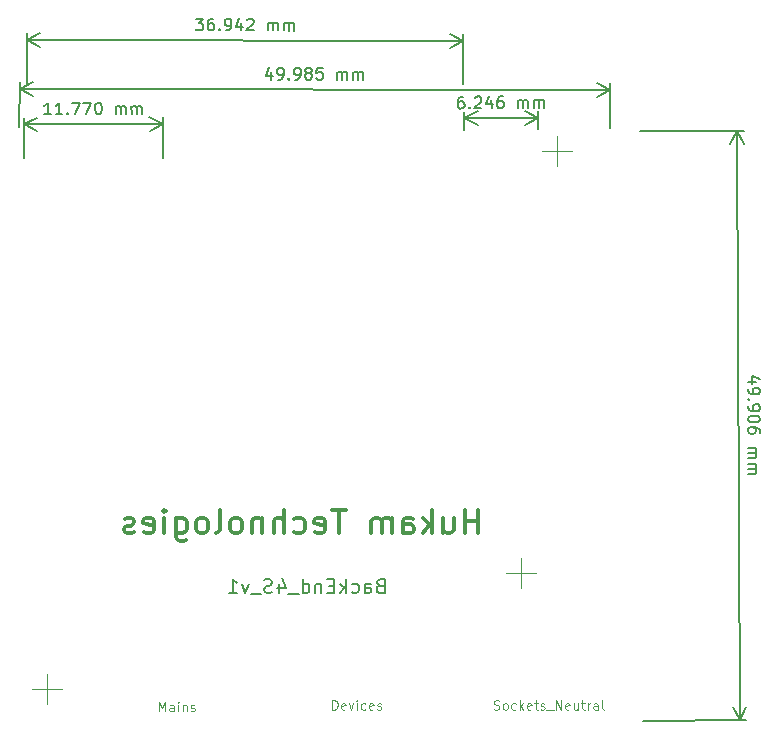
<source format=gbr>
G04 #@! TF.GenerationSoftware,KiCad,Pcbnew,5.1.6-c6e7f7d~87~ubuntu18.04.1*
G04 #@! TF.CreationDate,2020-10-13T20:33:34+05:30*
G04 #@! TF.ProjectId,BackEnd_4S_v1,4261636b-456e-4645-9f34-535f76312e6b,rev?*
G04 #@! TF.SameCoordinates,Original*
G04 #@! TF.FileFunction,OtherDrawing,Comment*
%FSLAX46Y46*%
G04 Gerber Fmt 4.6, Leading zero omitted, Abs format (unit mm)*
G04 Created by KiCad (PCBNEW 5.1.6-c6e7f7d~87~ubuntu18.04.1) date 2020-10-13 20:33:34*
%MOMM*%
%LPD*%
G01*
G04 APERTURE LIST*
%ADD10C,0.300000*%
%ADD11C,0.150000*%
%ADD12C,0.100000*%
%ADD13C,0.050000*%
G04 APERTURE END LIST*
D10*
X205208540Y-75974461D02*
X205208540Y-73974461D01*
X205208540Y-74926842D02*
X204065683Y-74926842D01*
X204065683Y-75974461D02*
X204065683Y-73974461D01*
X202256160Y-74641128D02*
X202256160Y-75974461D01*
X203113302Y-74641128D02*
X203113302Y-75688747D01*
X203018064Y-75879223D01*
X202827588Y-75974461D01*
X202541874Y-75974461D01*
X202351398Y-75879223D01*
X202256160Y-75783985D01*
X201303779Y-75974461D02*
X201303779Y-73974461D01*
X201113302Y-75212557D02*
X200541874Y-75974461D01*
X200541874Y-74641128D02*
X201303779Y-75403033D01*
X198827588Y-75974461D02*
X198827588Y-74926842D01*
X198922826Y-74736366D01*
X199113302Y-74641128D01*
X199494255Y-74641128D01*
X199684731Y-74736366D01*
X198827588Y-75879223D02*
X199018064Y-75974461D01*
X199494255Y-75974461D01*
X199684731Y-75879223D01*
X199779969Y-75688747D01*
X199779969Y-75498271D01*
X199684731Y-75307795D01*
X199494255Y-75212557D01*
X199018064Y-75212557D01*
X198827588Y-75117319D01*
X197875207Y-75974461D02*
X197875207Y-74641128D01*
X197875207Y-74831604D02*
X197779969Y-74736366D01*
X197589493Y-74641128D01*
X197303779Y-74641128D01*
X197113302Y-74736366D01*
X197018064Y-74926842D01*
X197018064Y-75974461D01*
X197018064Y-74926842D02*
X196922826Y-74736366D01*
X196732350Y-74641128D01*
X196446636Y-74641128D01*
X196256160Y-74736366D01*
X196160921Y-74926842D01*
X196160921Y-75974461D01*
X193970445Y-73974461D02*
X192827588Y-73974461D01*
X193399017Y-75974461D02*
X193399017Y-73974461D01*
X191399017Y-75879223D02*
X191589493Y-75974461D01*
X191970445Y-75974461D01*
X192160921Y-75879223D01*
X192256160Y-75688747D01*
X192256160Y-74926842D01*
X192160921Y-74736366D01*
X191970445Y-74641128D01*
X191589493Y-74641128D01*
X191399017Y-74736366D01*
X191303779Y-74926842D01*
X191303779Y-75117319D01*
X192256160Y-75307795D01*
X189589493Y-75879223D02*
X189779969Y-75974461D01*
X190160921Y-75974461D01*
X190351398Y-75879223D01*
X190446636Y-75783985D01*
X190541874Y-75593509D01*
X190541874Y-75022080D01*
X190446636Y-74831604D01*
X190351398Y-74736366D01*
X190160921Y-74641128D01*
X189779969Y-74641128D01*
X189589493Y-74736366D01*
X188732350Y-75974461D02*
X188732350Y-73974461D01*
X187875207Y-75974461D02*
X187875207Y-74926842D01*
X187970445Y-74736366D01*
X188160921Y-74641128D01*
X188446636Y-74641128D01*
X188637112Y-74736366D01*
X188732350Y-74831604D01*
X186922826Y-74641128D02*
X186922826Y-75974461D01*
X186922826Y-74831604D02*
X186827588Y-74736366D01*
X186637112Y-74641128D01*
X186351398Y-74641128D01*
X186160921Y-74736366D01*
X186065683Y-74926842D01*
X186065683Y-75974461D01*
X184827588Y-75974461D02*
X185018064Y-75879223D01*
X185113302Y-75783985D01*
X185208540Y-75593509D01*
X185208540Y-75022080D01*
X185113302Y-74831604D01*
X185018064Y-74736366D01*
X184827588Y-74641128D01*
X184541874Y-74641128D01*
X184351398Y-74736366D01*
X184256160Y-74831604D01*
X184160921Y-75022080D01*
X184160921Y-75593509D01*
X184256160Y-75783985D01*
X184351398Y-75879223D01*
X184541874Y-75974461D01*
X184827588Y-75974461D01*
X183018064Y-75974461D02*
X183208540Y-75879223D01*
X183303779Y-75688747D01*
X183303779Y-73974461D01*
X181970445Y-75974461D02*
X182160921Y-75879223D01*
X182256160Y-75783985D01*
X182351398Y-75593509D01*
X182351398Y-75022080D01*
X182256160Y-74831604D01*
X182160921Y-74736366D01*
X181970445Y-74641128D01*
X181684731Y-74641128D01*
X181494255Y-74736366D01*
X181399017Y-74831604D01*
X181303779Y-75022080D01*
X181303779Y-75593509D01*
X181399017Y-75783985D01*
X181494255Y-75879223D01*
X181684731Y-75974461D01*
X181970445Y-75974461D01*
X179589493Y-74641128D02*
X179589493Y-76260176D01*
X179684731Y-76450652D01*
X179779969Y-76545890D01*
X179970445Y-76641128D01*
X180256160Y-76641128D01*
X180446636Y-76545890D01*
X179589493Y-75879223D02*
X179779969Y-75974461D01*
X180160921Y-75974461D01*
X180351398Y-75879223D01*
X180446636Y-75783985D01*
X180541874Y-75593509D01*
X180541874Y-75022080D01*
X180446636Y-74831604D01*
X180351398Y-74736366D01*
X180160921Y-74641128D01*
X179779969Y-74641128D01*
X179589493Y-74736366D01*
X178637112Y-75974461D02*
X178637112Y-74641128D01*
X178637112Y-73974461D02*
X178732350Y-74069700D01*
X178637112Y-74164938D01*
X178541874Y-74069700D01*
X178637112Y-73974461D01*
X178637112Y-74164938D01*
X176922826Y-75879223D02*
X177113302Y-75974461D01*
X177494255Y-75974461D01*
X177684731Y-75879223D01*
X177779969Y-75688747D01*
X177779969Y-74926842D01*
X177684731Y-74736366D01*
X177494255Y-74641128D01*
X177113302Y-74641128D01*
X176922826Y-74736366D01*
X176827588Y-74926842D01*
X176827588Y-75117319D01*
X177779969Y-75307795D01*
X176065683Y-75879223D02*
X175875207Y-75974461D01*
X175494255Y-75974461D01*
X175303779Y-75879223D01*
X175208540Y-75688747D01*
X175208540Y-75593509D01*
X175303779Y-75403033D01*
X175494255Y-75307795D01*
X175779969Y-75307795D01*
X175970445Y-75212557D01*
X176065683Y-75022080D01*
X176065683Y-74926842D01*
X175970445Y-74736366D01*
X175779969Y-74641128D01*
X175494255Y-74641128D01*
X175303779Y-74736366D01*
D11*
X196894948Y-80394185D02*
X196723520Y-80451328D01*
X196666377Y-80508471D01*
X196609234Y-80622757D01*
X196609234Y-80794185D01*
X196666377Y-80908471D01*
X196723520Y-80965614D01*
X196837805Y-81022757D01*
X197294948Y-81022757D01*
X197294948Y-79822757D01*
X196894948Y-79822757D01*
X196780662Y-79879900D01*
X196723520Y-79937042D01*
X196666377Y-80051328D01*
X196666377Y-80165614D01*
X196723520Y-80279900D01*
X196780662Y-80337042D01*
X196894948Y-80394185D01*
X197294948Y-80394185D01*
X195580662Y-81022757D02*
X195580662Y-80394185D01*
X195637805Y-80279900D01*
X195752091Y-80222757D01*
X195980662Y-80222757D01*
X196094948Y-80279900D01*
X195580662Y-80965614D02*
X195694948Y-81022757D01*
X195980662Y-81022757D01*
X196094948Y-80965614D01*
X196152091Y-80851328D01*
X196152091Y-80737042D01*
X196094948Y-80622757D01*
X195980662Y-80565614D01*
X195694948Y-80565614D01*
X195580662Y-80508471D01*
X194494948Y-80965614D02*
X194609234Y-81022757D01*
X194837805Y-81022757D01*
X194952091Y-80965614D01*
X195009234Y-80908471D01*
X195066377Y-80794185D01*
X195066377Y-80451328D01*
X195009234Y-80337042D01*
X194952091Y-80279900D01*
X194837805Y-80222757D01*
X194609234Y-80222757D01*
X194494948Y-80279900D01*
X193980662Y-81022757D02*
X193980662Y-79822757D01*
X193866377Y-80565614D02*
X193523520Y-81022757D01*
X193523520Y-80222757D02*
X193980662Y-80679900D01*
X193009234Y-80394185D02*
X192609234Y-80394185D01*
X192437805Y-81022757D02*
X193009234Y-81022757D01*
X193009234Y-79822757D01*
X192437805Y-79822757D01*
X191923520Y-80222757D02*
X191923520Y-81022757D01*
X191923520Y-80337042D02*
X191866377Y-80279900D01*
X191752091Y-80222757D01*
X191580662Y-80222757D01*
X191466377Y-80279900D01*
X191409234Y-80394185D01*
X191409234Y-81022757D01*
X190323520Y-81022757D02*
X190323520Y-79822757D01*
X190323520Y-80965614D02*
X190437805Y-81022757D01*
X190666377Y-81022757D01*
X190780662Y-80965614D01*
X190837805Y-80908471D01*
X190894948Y-80794185D01*
X190894948Y-80451328D01*
X190837805Y-80337042D01*
X190780662Y-80279900D01*
X190666377Y-80222757D01*
X190437805Y-80222757D01*
X190323520Y-80279900D01*
X190037805Y-81137042D02*
X189123520Y-81137042D01*
X188323520Y-80222757D02*
X188323520Y-81022757D01*
X188609234Y-79765614D02*
X188894948Y-80622757D01*
X188152091Y-80622757D01*
X187752091Y-80965614D02*
X187580662Y-81022757D01*
X187294948Y-81022757D01*
X187180662Y-80965614D01*
X187123520Y-80908471D01*
X187066377Y-80794185D01*
X187066377Y-80679900D01*
X187123520Y-80565614D01*
X187180662Y-80508471D01*
X187294948Y-80451328D01*
X187523520Y-80394185D01*
X187637805Y-80337042D01*
X187694948Y-80279900D01*
X187752091Y-80165614D01*
X187752091Y-80051328D01*
X187694948Y-79937042D01*
X187637805Y-79879900D01*
X187523520Y-79822757D01*
X187237805Y-79822757D01*
X187066377Y-79879900D01*
X186837805Y-81137042D02*
X185923520Y-81137042D01*
X185752091Y-80222757D02*
X185466377Y-81022757D01*
X185180662Y-80222757D01*
X184094948Y-81022757D02*
X184780662Y-81022757D01*
X184437805Y-81022757D02*
X184437805Y-79822757D01*
X184552091Y-79994185D01*
X184666377Y-80108471D01*
X184780662Y-80165614D01*
X169036499Y-40493649D02*
X168465072Y-40494883D01*
X168750786Y-40494266D02*
X168748628Y-39494268D01*
X168653698Y-39637331D01*
X168558666Y-39732774D01*
X168463531Y-39780598D01*
X169988878Y-40491594D02*
X169417451Y-40492827D01*
X169703165Y-40492211D02*
X169701007Y-39492213D01*
X169606077Y-39635275D01*
X169511045Y-39730719D01*
X169415910Y-39778543D01*
X170417243Y-40395431D02*
X170464965Y-40442948D01*
X170417449Y-40490669D01*
X170369727Y-40443153D01*
X170417243Y-40395431D01*
X170417449Y-40490669D01*
X170796242Y-39489850D02*
X171462907Y-39488411D01*
X171036495Y-40489333D01*
X171748621Y-39487794D02*
X172415286Y-39486356D01*
X171988874Y-40487278D01*
X172986713Y-39485123D02*
X173081951Y-39484917D01*
X173177292Y-39532331D01*
X173225013Y-39579847D01*
X173272838Y-39674982D01*
X173320868Y-39865355D01*
X173321382Y-40103450D01*
X173274174Y-40294028D01*
X173226760Y-40389369D01*
X173179244Y-40437090D01*
X173084109Y-40484915D01*
X172988871Y-40485120D01*
X172893531Y-40437707D01*
X172845809Y-40390191D01*
X172797984Y-40295056D01*
X172749954Y-40104683D01*
X172749441Y-39866588D01*
X172796649Y-39676009D01*
X172844062Y-39580669D01*
X172891578Y-39532947D01*
X172986713Y-39485123D01*
X174512677Y-40481832D02*
X174511239Y-39815167D01*
X174511444Y-39910405D02*
X174558960Y-39862683D01*
X174654095Y-39814859D01*
X174796952Y-39814550D01*
X174892293Y-39861964D01*
X174940117Y-39957099D01*
X174941248Y-40480907D01*
X174940117Y-39957099D02*
X174987531Y-39861758D01*
X175082666Y-39813934D01*
X175225523Y-39813625D01*
X175320863Y-39861039D01*
X175368688Y-39956174D01*
X175369818Y-40479982D01*
X175846007Y-40478955D02*
X175844569Y-39812290D01*
X175844774Y-39907527D02*
X175892290Y-39859806D01*
X175987426Y-39811981D01*
X176130282Y-39811673D01*
X176225623Y-39859086D01*
X176273447Y-39954222D01*
X176274578Y-40478030D01*
X176273447Y-39954222D02*
X176320861Y-39858881D01*
X176415996Y-39811056D01*
X176558853Y-39810748D01*
X176654193Y-39858162D01*
X176702018Y-39953297D01*
X176703148Y-40477105D01*
X178494929Y-41320860D02*
X166724569Y-41346260D01*
X178501040Y-44152820D02*
X178493663Y-40734440D01*
X166730680Y-44178220D02*
X166723303Y-40759840D01*
X166724569Y-41346260D02*
X167849805Y-40757410D01*
X166724569Y-41346260D02*
X167852336Y-41930248D01*
X178494929Y-41320860D02*
X177367162Y-40736872D01*
X178494929Y-41320860D02*
X177369693Y-41909710D01*
D12*
X178154518Y-91017044D02*
X178154518Y-90217044D01*
X178421184Y-90788473D01*
X178687851Y-90217044D01*
X178687851Y-91017044D01*
X179411660Y-91017044D02*
X179411660Y-90597997D01*
X179373565Y-90521806D01*
X179297375Y-90483711D01*
X179144994Y-90483711D01*
X179068803Y-90521806D01*
X179411660Y-90978949D02*
X179335470Y-91017044D01*
X179144994Y-91017044D01*
X179068803Y-90978949D01*
X179030708Y-90902759D01*
X179030708Y-90826568D01*
X179068803Y-90750378D01*
X179144994Y-90712282D01*
X179335470Y-90712282D01*
X179411660Y-90674187D01*
X179792613Y-91017044D02*
X179792613Y-90483711D01*
X179792613Y-90217044D02*
X179754518Y-90255140D01*
X179792613Y-90293235D01*
X179830708Y-90255140D01*
X179792613Y-90217044D01*
X179792613Y-90293235D01*
X180173565Y-90483711D02*
X180173565Y-91017044D01*
X180173565Y-90559901D02*
X180211660Y-90521806D01*
X180287851Y-90483711D01*
X180402137Y-90483711D01*
X180478327Y-90521806D01*
X180516422Y-90597997D01*
X180516422Y-91017044D01*
X180859280Y-90978949D02*
X180935470Y-91017044D01*
X181087851Y-91017044D01*
X181164041Y-90978949D01*
X181202137Y-90902759D01*
X181202137Y-90864663D01*
X181164041Y-90788473D01*
X181087851Y-90750378D01*
X180973565Y-90750378D01*
X180897375Y-90712282D01*
X180859280Y-90636092D01*
X180859280Y-90597997D01*
X180897375Y-90521806D01*
X180973565Y-90483711D01*
X181087851Y-90483711D01*
X181164041Y-90521806D01*
D11*
X181292757Y-32384920D02*
X181911804Y-32385175D01*
X181578314Y-32765990D01*
X181721171Y-32766049D01*
X181816389Y-32813707D01*
X181863989Y-32861346D01*
X181911568Y-32956604D01*
X181911470Y-33194699D01*
X181863812Y-33289917D01*
X181816173Y-33337517D01*
X181720915Y-33385096D01*
X181435201Y-33384979D01*
X181339983Y-33337320D01*
X181292383Y-33289682D01*
X182768947Y-32385529D02*
X182578471Y-32385450D01*
X182483213Y-32433030D01*
X182435574Y-32480629D01*
X182340277Y-32623447D01*
X182292580Y-32813904D01*
X182292423Y-33194856D01*
X182340002Y-33290114D01*
X182387602Y-33337752D01*
X182482820Y-33385411D01*
X182673296Y-33385489D01*
X182768554Y-33337910D01*
X182816193Y-33290310D01*
X182863851Y-33195092D01*
X182863949Y-32956997D01*
X182816370Y-32861739D01*
X182768770Y-32814100D01*
X182673552Y-32766442D01*
X182483076Y-32766363D01*
X182387818Y-32813943D01*
X182340179Y-32861542D01*
X182292521Y-32956761D01*
X183292383Y-33290507D02*
X183339983Y-33338145D01*
X183292344Y-33385745D01*
X183244744Y-33338106D01*
X183292383Y-33290507D01*
X183292344Y-33385745D01*
X183816153Y-33385961D02*
X184006630Y-33386039D01*
X184101887Y-33338460D01*
X184149526Y-33290860D01*
X184244823Y-33148042D01*
X184292521Y-32957586D01*
X184292678Y-32576634D01*
X184245098Y-32481376D01*
X184197499Y-32433737D01*
X184102280Y-32386079D01*
X183911804Y-32386000D01*
X183816546Y-32433580D01*
X183768908Y-32481179D01*
X183721249Y-32576398D01*
X183721151Y-32814493D01*
X183768731Y-32909751D01*
X183816330Y-32957389D01*
X183911549Y-33005048D01*
X184102025Y-33005126D01*
X184197283Y-32957547D01*
X184244921Y-32909947D01*
X184292580Y-32814729D01*
X185149762Y-32719844D02*
X185149487Y-33386511D01*
X184911824Y-32338794D02*
X184673434Y-33052981D01*
X185292481Y-33053237D01*
X185626050Y-32481946D02*
X185673689Y-32434346D01*
X185768947Y-32386766D01*
X186007042Y-32386865D01*
X186102260Y-32434523D01*
X186149860Y-32482162D01*
X186197439Y-32577419D01*
X186197400Y-32672657D01*
X186149722Y-32815495D01*
X185578058Y-33386688D01*
X186197106Y-33386943D01*
X187387582Y-33387434D02*
X187387857Y-32720768D01*
X187387817Y-32816006D02*
X187435456Y-32768406D01*
X187530714Y-32720827D01*
X187673571Y-32720885D01*
X187768789Y-32768544D01*
X187816369Y-32863802D01*
X187816153Y-33387611D01*
X187816369Y-32863802D02*
X187864027Y-32768583D01*
X187959285Y-32721003D01*
X188102142Y-32721062D01*
X188197361Y-32768721D01*
X188244940Y-32863978D01*
X188244724Y-33387788D01*
X188720915Y-33387984D02*
X188721190Y-32721318D01*
X188721151Y-32816556D02*
X188768789Y-32768956D01*
X188864047Y-32721377D01*
X189006904Y-32721436D01*
X189102123Y-32769094D01*
X189149702Y-32864352D01*
X189149486Y-33388161D01*
X189149702Y-32864352D02*
X189197361Y-32769133D01*
X189292618Y-32721553D01*
X189435476Y-32721612D01*
X189530694Y-32769271D01*
X189578274Y-32864528D01*
X189578058Y-33388338D01*
X203953351Y-34241888D02*
X167011591Y-34226648D01*
X203951840Y-37904420D02*
X203953593Y-33655468D01*
X167010080Y-37889180D02*
X167011833Y-33640228D01*
X167011591Y-34226648D02*
X168138337Y-33640692D01*
X167011591Y-34226648D02*
X168137853Y-34813533D01*
X203953351Y-34241888D02*
X202827089Y-33655003D01*
X203953351Y-34241888D02*
X202826605Y-34827844D01*
X203935954Y-38989641D02*
X203745490Y-38991809D01*
X203650800Y-39040510D01*
X203603727Y-39088668D01*
X203510121Y-39232600D01*
X203464674Y-39423606D01*
X203469012Y-39804534D01*
X203517712Y-39899224D01*
X203565870Y-39946297D01*
X203661644Y-39992829D01*
X203852108Y-39990660D01*
X203946798Y-39941960D01*
X203993872Y-39893802D01*
X204040403Y-39798028D01*
X204037692Y-39559948D01*
X203988992Y-39465258D01*
X203940834Y-39418184D01*
X203845060Y-39371653D01*
X203654596Y-39373822D01*
X203559906Y-39422522D01*
X203512832Y-39470680D01*
X203466301Y-39566454D01*
X204470031Y-39888380D02*
X204518189Y-39935454D01*
X204471116Y-39983612D01*
X204422957Y-39936538D01*
X204470031Y-39888380D01*
X204471116Y-39983612D01*
X204889358Y-39074029D02*
X204936431Y-39025871D01*
X205031121Y-38977170D01*
X205269201Y-38974459D01*
X205364975Y-39020991D01*
X205413133Y-39068065D01*
X205461833Y-39162754D01*
X205462918Y-39257986D01*
X205416928Y-39401376D01*
X204852043Y-39979274D01*
X205471051Y-39972226D01*
X206320547Y-39295843D02*
X206328138Y-39962466D01*
X206078130Y-38917626D02*
X205848183Y-39634577D01*
X206467191Y-39627528D01*
X207269071Y-38951687D02*
X207078607Y-38953856D01*
X206983918Y-39002556D01*
X206936844Y-39050715D01*
X206843238Y-39194647D01*
X206797791Y-39385653D01*
X206802129Y-39766581D01*
X206850829Y-39861270D01*
X206898987Y-39908344D01*
X206994761Y-39954876D01*
X207185225Y-39952707D01*
X207279915Y-39904007D01*
X207326989Y-39855848D01*
X207373520Y-39760074D01*
X207370809Y-39521995D01*
X207322109Y-39427305D01*
X207273951Y-39380231D01*
X207178177Y-39333699D01*
X206987713Y-39335868D01*
X206893023Y-39384569D01*
X206845949Y-39432727D01*
X206799418Y-39528501D01*
X208566088Y-39936983D02*
X208558497Y-39270360D01*
X208559582Y-39365592D02*
X208606656Y-39317434D01*
X208701345Y-39268733D01*
X208844193Y-39267107D01*
X208939967Y-39313638D01*
X208988668Y-39408328D01*
X208994632Y-39932104D01*
X208988668Y-39408328D02*
X209035199Y-39312554D01*
X209129889Y-39263854D01*
X209272737Y-39262227D01*
X209368511Y-39308759D01*
X209417211Y-39403448D01*
X209423175Y-39927224D01*
X209899335Y-39921802D02*
X209891744Y-39255179D01*
X209892829Y-39350411D02*
X209939903Y-39302252D01*
X210034592Y-39253552D01*
X210177440Y-39251925D01*
X210273214Y-39298457D01*
X210321915Y-39393147D01*
X210327879Y-39916922D01*
X210321915Y-39393147D02*
X210368446Y-39297373D01*
X210463136Y-39248672D01*
X210605984Y-39247046D01*
X210701758Y-39293577D01*
X210750458Y-39388267D01*
X210756422Y-39912043D01*
X204024331Y-40836374D02*
X210270191Y-40765254D01*
X204035660Y-41831260D02*
X204017655Y-40249992D01*
X210281520Y-41760140D02*
X210263515Y-40178872D01*
X210270191Y-40765254D02*
X209150437Y-41364463D01*
X210270191Y-40765254D02*
X209137083Y-40191698D01*
X204024331Y-40836374D02*
X205157439Y-41409930D01*
X204024331Y-40836374D02*
X205144085Y-40237165D01*
D12*
X206516548Y-90839249D02*
X206630834Y-90877344D01*
X206821310Y-90877344D01*
X206897500Y-90839249D01*
X206935596Y-90801154D01*
X206973691Y-90724963D01*
X206973691Y-90648773D01*
X206935596Y-90572582D01*
X206897500Y-90534487D01*
X206821310Y-90496392D01*
X206668929Y-90458297D01*
X206592739Y-90420201D01*
X206554643Y-90382106D01*
X206516548Y-90305916D01*
X206516548Y-90229725D01*
X206554643Y-90153535D01*
X206592739Y-90115440D01*
X206668929Y-90077344D01*
X206859405Y-90077344D01*
X206973691Y-90115440D01*
X207430834Y-90877344D02*
X207354643Y-90839249D01*
X207316548Y-90801154D01*
X207278453Y-90724963D01*
X207278453Y-90496392D01*
X207316548Y-90420201D01*
X207354643Y-90382106D01*
X207430834Y-90344011D01*
X207545120Y-90344011D01*
X207621310Y-90382106D01*
X207659405Y-90420201D01*
X207697500Y-90496392D01*
X207697500Y-90724963D01*
X207659405Y-90801154D01*
X207621310Y-90839249D01*
X207545120Y-90877344D01*
X207430834Y-90877344D01*
X208383215Y-90839249D02*
X208307024Y-90877344D01*
X208154643Y-90877344D01*
X208078453Y-90839249D01*
X208040358Y-90801154D01*
X208002262Y-90724963D01*
X208002262Y-90496392D01*
X208040358Y-90420201D01*
X208078453Y-90382106D01*
X208154643Y-90344011D01*
X208307024Y-90344011D01*
X208383215Y-90382106D01*
X208726072Y-90877344D02*
X208726072Y-90077344D01*
X208802262Y-90572582D02*
X209030834Y-90877344D01*
X209030834Y-90344011D02*
X208726072Y-90648773D01*
X209678453Y-90839249D02*
X209602262Y-90877344D01*
X209449881Y-90877344D01*
X209373691Y-90839249D01*
X209335596Y-90763059D01*
X209335596Y-90458297D01*
X209373691Y-90382106D01*
X209449881Y-90344011D01*
X209602262Y-90344011D01*
X209678453Y-90382106D01*
X209716548Y-90458297D01*
X209716548Y-90534487D01*
X209335596Y-90610678D01*
X209945120Y-90344011D02*
X210249881Y-90344011D01*
X210059405Y-90077344D02*
X210059405Y-90763059D01*
X210097500Y-90839249D01*
X210173691Y-90877344D01*
X210249881Y-90877344D01*
X210478453Y-90839249D02*
X210554643Y-90877344D01*
X210707024Y-90877344D01*
X210783215Y-90839249D01*
X210821310Y-90763059D01*
X210821310Y-90724963D01*
X210783215Y-90648773D01*
X210707024Y-90610678D01*
X210592739Y-90610678D01*
X210516548Y-90572582D01*
X210478453Y-90496392D01*
X210478453Y-90458297D01*
X210516548Y-90382106D01*
X210592739Y-90344011D01*
X210707024Y-90344011D01*
X210783215Y-90382106D01*
X210973691Y-90953535D02*
X211583215Y-90953535D01*
X211773691Y-90877344D02*
X211773691Y-90077344D01*
X212230834Y-90877344D01*
X212230834Y-90077344D01*
X212916548Y-90839249D02*
X212840358Y-90877344D01*
X212687977Y-90877344D01*
X212611786Y-90839249D01*
X212573691Y-90763059D01*
X212573691Y-90458297D01*
X212611786Y-90382106D01*
X212687977Y-90344011D01*
X212840358Y-90344011D01*
X212916548Y-90382106D01*
X212954643Y-90458297D01*
X212954643Y-90534487D01*
X212573691Y-90610678D01*
X213640358Y-90344011D02*
X213640358Y-90877344D01*
X213297500Y-90344011D02*
X213297500Y-90763059D01*
X213335596Y-90839249D01*
X213411786Y-90877344D01*
X213526072Y-90877344D01*
X213602262Y-90839249D01*
X213640358Y-90801154D01*
X213907024Y-90344011D02*
X214211786Y-90344011D01*
X214021310Y-90077344D02*
X214021310Y-90763059D01*
X214059405Y-90839249D01*
X214135596Y-90877344D01*
X214211786Y-90877344D01*
X214478453Y-90877344D02*
X214478453Y-90344011D01*
X214478453Y-90496392D02*
X214516548Y-90420201D01*
X214554643Y-90382106D01*
X214630834Y-90344011D01*
X214707024Y-90344011D01*
X215316548Y-90877344D02*
X215316548Y-90458297D01*
X215278453Y-90382106D01*
X215202262Y-90344011D01*
X215049881Y-90344011D01*
X214973691Y-90382106D01*
X215316548Y-90839249D02*
X215240358Y-90877344D01*
X215049881Y-90877344D01*
X214973691Y-90839249D01*
X214935596Y-90763059D01*
X214935596Y-90686868D01*
X214973691Y-90610678D01*
X215049881Y-90572582D01*
X215240358Y-90572582D01*
X215316548Y-90534487D01*
X215811786Y-90877344D02*
X215735596Y-90839249D01*
X215697500Y-90763059D01*
X215697500Y-90077344D01*
X192837057Y-90877344D02*
X192837057Y-90077344D01*
X193027533Y-90077344D01*
X193141819Y-90115440D01*
X193218009Y-90191630D01*
X193256104Y-90267820D01*
X193294200Y-90420201D01*
X193294200Y-90534487D01*
X193256104Y-90686868D01*
X193218009Y-90763059D01*
X193141819Y-90839249D01*
X193027533Y-90877344D01*
X192837057Y-90877344D01*
X193941819Y-90839249D02*
X193865628Y-90877344D01*
X193713247Y-90877344D01*
X193637057Y-90839249D01*
X193598961Y-90763059D01*
X193598961Y-90458297D01*
X193637057Y-90382106D01*
X193713247Y-90344011D01*
X193865628Y-90344011D01*
X193941819Y-90382106D01*
X193979914Y-90458297D01*
X193979914Y-90534487D01*
X193598961Y-90610678D01*
X194246580Y-90344011D02*
X194437057Y-90877344D01*
X194627533Y-90344011D01*
X194932295Y-90877344D02*
X194932295Y-90344011D01*
X194932295Y-90077344D02*
X194894200Y-90115440D01*
X194932295Y-90153535D01*
X194970390Y-90115440D01*
X194932295Y-90077344D01*
X194932295Y-90153535D01*
X195656104Y-90839249D02*
X195579914Y-90877344D01*
X195427533Y-90877344D01*
X195351342Y-90839249D01*
X195313247Y-90801154D01*
X195275152Y-90724963D01*
X195275152Y-90496392D01*
X195313247Y-90420201D01*
X195351342Y-90382106D01*
X195427533Y-90344011D01*
X195579914Y-90344011D01*
X195656104Y-90382106D01*
X196303723Y-90839249D02*
X196227533Y-90877344D01*
X196075152Y-90877344D01*
X195998961Y-90839249D01*
X195960866Y-90763059D01*
X195960866Y-90458297D01*
X195998961Y-90382106D01*
X196075152Y-90344011D01*
X196227533Y-90344011D01*
X196303723Y-90382106D01*
X196341819Y-90458297D01*
X196341819Y-90534487D01*
X195960866Y-90610678D01*
X196646580Y-90839249D02*
X196722771Y-90877344D01*
X196875152Y-90877344D01*
X196951342Y-90839249D01*
X196989438Y-90763059D01*
X196989438Y-90724963D01*
X196951342Y-90648773D01*
X196875152Y-90610678D01*
X196760866Y-90610678D01*
X196684676Y-90572582D01*
X196646580Y-90496392D01*
X196646580Y-90458297D01*
X196684676Y-90382106D01*
X196760866Y-90344011D01*
X196875152Y-90344011D01*
X196951342Y-90382106D01*
D11*
X187693205Y-36871481D02*
X187692053Y-37538147D01*
X187455768Y-36490118D02*
X187216439Y-37203991D01*
X187835486Y-37205061D01*
X188263480Y-37539134D02*
X188453956Y-37539463D01*
X188549277Y-37492009D01*
X188596978Y-37444472D01*
X188692463Y-37301780D01*
X188740411Y-37111386D01*
X188741069Y-36730434D01*
X188693614Y-36635114D01*
X188646078Y-36587413D01*
X188550922Y-36539629D01*
X188360446Y-36539300D01*
X188265126Y-36586755D01*
X188217425Y-36634291D01*
X188169641Y-36729447D01*
X188169230Y-36967542D01*
X188216684Y-37062862D01*
X188264221Y-37110563D01*
X188359377Y-37158347D01*
X188549852Y-37158676D01*
X188645173Y-37111221D01*
X188692874Y-37063685D01*
X188740657Y-36968529D01*
X189168406Y-37445459D02*
X189215942Y-37493161D01*
X189168241Y-37540697D01*
X189120704Y-37492996D01*
X189168406Y-37445459D01*
X189168241Y-37540697D01*
X189692050Y-37541602D02*
X189882526Y-37541931D01*
X189977846Y-37494477D01*
X190025547Y-37446940D01*
X190121032Y-37304248D01*
X190168980Y-37113854D01*
X190169638Y-36732902D01*
X190122184Y-36637582D01*
X190074647Y-36589881D01*
X189979491Y-36542097D01*
X189789015Y-36541768D01*
X189693695Y-36589223D01*
X189645994Y-36636759D01*
X189598210Y-36731915D01*
X189597799Y-36970010D01*
X189645253Y-37065330D01*
X189692790Y-37113031D01*
X189787946Y-37160815D01*
X189978422Y-37161144D01*
X190073742Y-37113690D01*
X190121443Y-37066153D01*
X190169227Y-36970997D01*
X190740654Y-36971985D02*
X190645499Y-36924201D01*
X190597962Y-36876500D01*
X190550508Y-36781180D01*
X190550590Y-36733561D01*
X190598373Y-36638405D01*
X190646075Y-36590868D01*
X190741395Y-36543414D01*
X190931871Y-36543743D01*
X191027027Y-36591526D01*
X191074563Y-36639228D01*
X191122018Y-36734548D01*
X191121935Y-36782167D01*
X191074152Y-36877322D01*
X191026451Y-36924859D01*
X190931130Y-36972314D01*
X190740654Y-36971985D01*
X190645334Y-37019439D01*
X190597633Y-37066976D01*
X190549849Y-37162131D01*
X190549520Y-37352607D01*
X190596975Y-37447927D01*
X190644512Y-37495629D01*
X190739667Y-37543412D01*
X190930143Y-37543741D01*
X191025463Y-37496287D01*
X191073165Y-37448750D01*
X191120948Y-37353595D01*
X191121277Y-37163119D01*
X191073823Y-37067798D01*
X191026286Y-37020097D01*
X190931130Y-36972314D01*
X192027107Y-36545635D02*
X191550918Y-36544812D01*
X191502476Y-37020920D01*
X191550177Y-36973383D01*
X191645497Y-36925929D01*
X191883592Y-36926340D01*
X191978748Y-36974124D01*
X192026285Y-37021825D01*
X192073739Y-37117145D01*
X192073328Y-37355240D01*
X192025544Y-37450396D01*
X191977843Y-37497932D01*
X191882523Y-37545387D01*
X191644428Y-37544975D01*
X191549272Y-37497192D01*
X191501735Y-37449491D01*
X193263473Y-37547773D02*
X193264625Y-36881107D01*
X193264460Y-36976345D02*
X193312161Y-36928808D01*
X193407482Y-36881354D01*
X193550339Y-36881601D01*
X193645494Y-36929384D01*
X193692949Y-37024704D01*
X193692044Y-37548513D01*
X193692949Y-37024704D02*
X193740732Y-36929549D01*
X193836053Y-36882094D01*
X193978909Y-36882341D01*
X194074065Y-36930125D01*
X194121520Y-37025445D01*
X194120615Y-37549254D01*
X194596804Y-37550076D02*
X194597956Y-36883411D01*
X194597792Y-36978649D02*
X194645493Y-36931112D01*
X194740813Y-36883657D01*
X194883670Y-36883904D01*
X194978826Y-36931688D01*
X195026280Y-37027008D01*
X195025375Y-37550817D01*
X195026280Y-37027008D02*
X195074064Y-36931852D01*
X195169384Y-36884398D01*
X195312241Y-36884645D01*
X195407396Y-36932428D01*
X195454851Y-37027748D01*
X195453946Y-37551557D01*
X216349580Y-38435280D02*
X166364920Y-38348920D01*
X216343985Y-41673775D02*
X216350593Y-37848860D01*
X166359325Y-41587415D02*
X166365933Y-37762500D01*
X166364920Y-38348920D02*
X167492435Y-37764446D01*
X166364920Y-38348920D02*
X167490409Y-38937286D01*
X216349580Y-38435280D02*
X215224091Y-37846914D01*
X216349580Y-38435280D02*
X215222065Y-39019754D01*
X228712536Y-63145347D02*
X228045876Y-63148333D01*
X229092418Y-62905548D02*
X228377073Y-62670654D01*
X228379846Y-63289696D01*
X228048435Y-63719756D02*
X228049288Y-63910230D01*
X228097333Y-64005254D01*
X228145165Y-64052659D01*
X228288448Y-64147256D01*
X228479135Y-64194022D01*
X228860084Y-64192316D01*
X228955107Y-64144270D01*
X229002513Y-64096439D01*
X229049705Y-64000988D01*
X229048852Y-63810514D01*
X229000807Y-63715490D01*
X228952975Y-63668085D01*
X228857524Y-63620893D01*
X228619431Y-63621959D01*
X228524408Y-63670004D01*
X228477002Y-63717836D01*
X228429810Y-63813287D01*
X228430663Y-64003761D01*
X228478709Y-64098785D01*
X228526540Y-64146190D01*
X228621991Y-64193382D01*
X228147725Y-64624082D02*
X228100319Y-64671914D01*
X228052487Y-64624508D01*
X228099893Y-64576677D01*
X228147725Y-64624082D01*
X228052487Y-64624508D01*
X228054833Y-65148313D02*
X228055687Y-65338787D01*
X228103732Y-65433811D01*
X228151564Y-65481216D01*
X228294846Y-65575813D01*
X228485533Y-65622579D01*
X228866482Y-65620873D01*
X228961506Y-65572828D01*
X229008911Y-65524996D01*
X229056103Y-65429545D01*
X229055250Y-65239071D01*
X229007205Y-65144047D01*
X228959373Y-65096642D01*
X228863923Y-65049450D01*
X228625830Y-65050516D01*
X228530806Y-65098561D01*
X228483401Y-65146393D01*
X228436209Y-65241844D01*
X228437062Y-65432318D01*
X228485107Y-65527342D01*
X228532939Y-65574747D01*
X228628389Y-65621939D01*
X229059729Y-66239061D02*
X229060155Y-66334298D01*
X229012963Y-66429749D01*
X228965558Y-66477580D01*
X228870534Y-66525626D01*
X228680273Y-66574097D01*
X228442180Y-66575164D01*
X228251493Y-66528398D01*
X228156042Y-66481206D01*
X228108210Y-66433801D01*
X228060165Y-66338777D01*
X228059739Y-66243540D01*
X228106931Y-66148089D01*
X228154336Y-66100258D01*
X228249360Y-66052212D01*
X228439621Y-66003741D01*
X228677714Y-66002674D01*
X228868401Y-66049440D01*
X228963852Y-66096632D01*
X229011684Y-66144037D01*
X229059729Y-66239061D01*
X229065061Y-67429525D02*
X229064208Y-67239051D01*
X229016162Y-67144027D01*
X228968331Y-67096622D01*
X228825048Y-67002024D01*
X228634361Y-66955259D01*
X228253412Y-66956965D01*
X228158388Y-67005010D01*
X228110983Y-67052842D01*
X228063791Y-67148293D01*
X228064644Y-67338767D01*
X228112689Y-67433791D01*
X228160521Y-67481196D01*
X228255971Y-67528388D01*
X228494064Y-67527322D01*
X228589088Y-67479277D01*
X228636494Y-67431445D01*
X228683686Y-67335994D01*
X228682832Y-67145520D01*
X228634787Y-67050496D01*
X228586955Y-67003091D01*
X228491505Y-66955899D01*
X228070829Y-68719705D02*
X228737489Y-68716720D01*
X228642252Y-68717146D02*
X228690084Y-68764551D01*
X228738129Y-68859575D01*
X228738769Y-69002431D01*
X228691577Y-69097881D01*
X228596553Y-69145927D01*
X228072749Y-69148273D01*
X228596553Y-69145927D02*
X228692003Y-69193119D01*
X228740048Y-69288142D01*
X228740688Y-69430998D01*
X228693496Y-69526449D01*
X228598472Y-69574494D01*
X228074668Y-69576840D01*
X228076801Y-70053025D02*
X228743461Y-70050040D01*
X228648224Y-70050466D02*
X228696055Y-70097871D01*
X228744101Y-70192895D01*
X228744740Y-70335751D01*
X228697548Y-70431201D01*
X228602525Y-70479246D01*
X228078720Y-70481593D01*
X228602525Y-70479246D02*
X228697975Y-70526438D01*
X228746020Y-70621462D01*
X228746660Y-70764318D01*
X228699468Y-70859768D01*
X228604444Y-70907814D01*
X228080640Y-70910160D01*
X227102928Y-41865799D02*
X227326448Y-91771719D01*
X218935300Y-41902380D02*
X227689343Y-41863172D01*
X219158820Y-91808300D02*
X227912863Y-91769092D01*
X227326448Y-91771719D02*
X226734988Y-90647853D01*
X227326448Y-91771719D02*
X227907817Y-90642600D01*
X227102928Y-41865799D02*
X226521559Y-42994918D01*
X227102928Y-41865799D02*
X227694388Y-42989665D01*
D13*
X208788000Y-80576400D02*
X208788000Y-78036400D01*
X207518000Y-79306400D02*
X210058000Y-79306400D01*
X168694000Y-90429100D02*
X168694000Y-87889100D01*
X167424000Y-89159100D02*
X169964000Y-89159100D01*
X211894000Y-44866600D02*
X211894000Y-42326600D01*
X210624000Y-43596600D02*
X213164000Y-43596600D01*
M02*

</source>
